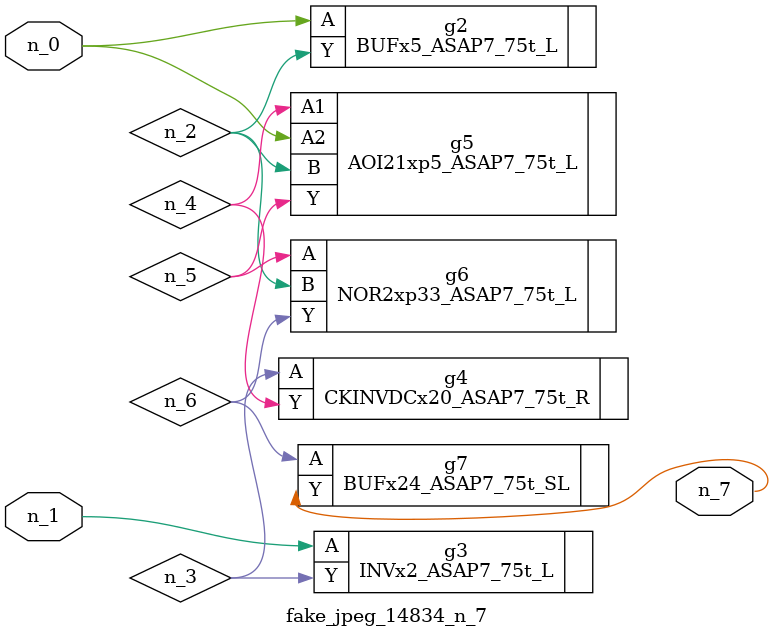
<source format=v>
module fake_jpeg_14834_n_7 (n_0, n_1, n_7);

input n_0;
input n_1;

output n_7;

wire n_2;
wire n_3;
wire n_4;
wire n_6;
wire n_5;

BUFx5_ASAP7_75t_L g2 ( 
.A(n_0),
.Y(n_2)
);

INVx2_ASAP7_75t_L g3 ( 
.A(n_1),
.Y(n_3)
);

CKINVDCx20_ASAP7_75t_R g4 ( 
.A(n_3),
.Y(n_4)
);

AOI21xp5_ASAP7_75t_L g5 ( 
.A1(n_4),
.A2(n_0),
.B(n_2),
.Y(n_5)
);

NOR2xp33_ASAP7_75t_L g6 ( 
.A(n_5),
.B(n_2),
.Y(n_6)
);

BUFx24_ASAP7_75t_SL g7 ( 
.A(n_6),
.Y(n_7)
);


endmodule
</source>
